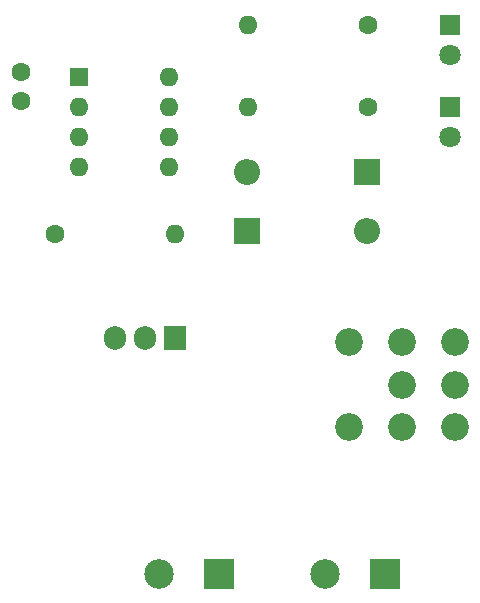
<source format=gbr>
%TF.GenerationSoftware,KiCad,Pcbnew,(6.0.2)*%
%TF.CreationDate,2022-03-20T03:02:45+03:00*%
%TF.ProjectId,NE555_PWM_Driver,4e453535-355f-4505-974d-5f4472697665,rev?*%
%TF.SameCoordinates,Original*%
%TF.FileFunction,Soldermask,Top*%
%TF.FilePolarity,Negative*%
%FSLAX46Y46*%
G04 Gerber Fmt 4.6, Leading zero omitted, Abs format (unit mm)*
G04 Created by KiCad (PCBNEW (6.0.2)) date 2022-03-20 03:02:45*
%MOMM*%
%LPD*%
G01*
G04 APERTURE LIST*
%ADD10R,2.500000X2.500000*%
%ADD11C,2.500000*%
%ADD12R,1.800000X1.800000*%
%ADD13C,1.800000*%
%ADD14C,1.600000*%
%ADD15O,1.600000X1.600000*%
%ADD16R,2.200000X2.200000*%
%ADD17O,2.200000X2.200000*%
%ADD18R,1.600000X1.600000*%
%ADD19R,1.905000X2.000000*%
%ADD20O,1.905000X2.000000*%
%ADD21C,2.340000*%
G04 APERTURE END LIST*
D10*
%TO.C,J1*%
X186545000Y-120000000D03*
D11*
X181465000Y-120000000D03*
%TD*%
D12*
%TO.C,D4*%
X192080000Y-80500000D03*
D13*
X192080000Y-83040000D03*
%TD*%
D14*
%TO.C,R2*%
X158670000Y-91250000D03*
D15*
X168830000Y-91250000D03*
%TD*%
D14*
%TO.C,R4*%
X185160000Y-80500000D03*
D15*
X175000000Y-80500000D03*
%TD*%
D12*
%TO.C,D3*%
X192080000Y-73500000D03*
D13*
X192080000Y-76040000D03*
%TD*%
D16*
%TO.C,D1*%
X174920000Y-91000000D03*
D17*
X185080000Y-91000000D03*
%TD*%
D18*
%TO.C,U1*%
X160670000Y-77920000D03*
D15*
X160670000Y-80460000D03*
X160670000Y-83000000D03*
X160670000Y-85540000D03*
X168290000Y-85540000D03*
X168290000Y-83000000D03*
X168290000Y-80460000D03*
X168290000Y-77920000D03*
%TD*%
D19*
%TO.C,Q1*%
X168790000Y-100055000D03*
D20*
X166250000Y-100055000D03*
X163710000Y-100055000D03*
%TD*%
D21*
%TO.C,R1*%
X192500000Y-107600000D03*
X192500000Y-104000000D03*
X192500000Y-100400000D03*
X188000000Y-107600000D03*
X188000000Y-104000000D03*
X188000000Y-100400000D03*
X183500000Y-107600000D03*
X183500000Y-100400000D03*
%TD*%
D14*
%TO.C,C1*%
X155750000Y-80000000D03*
X155750000Y-77500000D03*
%TD*%
D10*
%TO.C,J2*%
X172545000Y-120000000D03*
D11*
X167465000Y-120000000D03*
%TD*%
D16*
%TO.C,D2*%
X185080000Y-86000000D03*
D17*
X174920000Y-86000000D03*
%TD*%
D14*
%TO.C,R3*%
X185160000Y-73500000D03*
D15*
X175000000Y-73500000D03*
%TD*%
M02*

</source>
